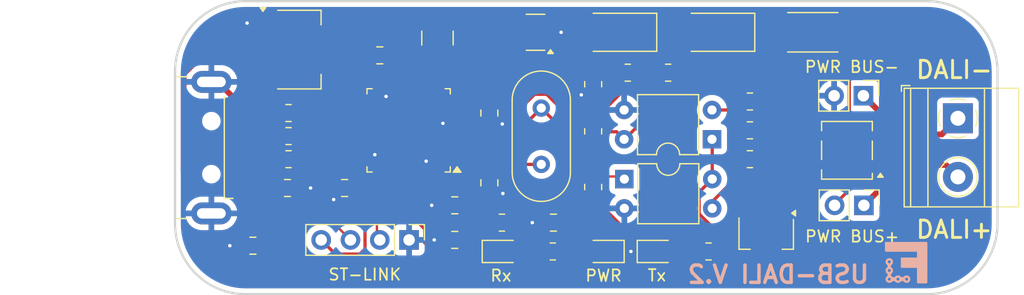
<source format=kicad_pcb>
(kicad_pcb (version 20241229) (generator "pcbnew") (generator_version "9.0")
  (layers (0 "F.Cu" signal) (2 "B.Cu" signal) (13 "F.Paste" user) (15 "B.Paste" user) (5 "F.SilkS" user "F.Silkscreen") (7 "B.SilkS" user "B.Silkscreen") (1 "F.Mask" user) (3 "B.Mask" user) (25 "Edge.Cuts" user))
  (net 0 "")
  (net 1 "GND")
  (net 2 "+3.3V")
  (net 3 "Net-(U1-PD0)")
  (net 4 "Net-(U1-PD1)")
  (net 5 "+5V")
  (net 6 "/DALI-")
  (net 7 "Net-(D1-A)")
  (net 8 "/DALI+")
  (net 9 "Net-(D2-A)")
  (net 10 "Net-(D4--)")
  (net 11 "Net-(D3-K)")
  (net 12 "Net-(D4-+)")
  (net 13 "Net-(D5-K)")
  (net 14 "Net-(D5-A)")
  (net 15 "Net-(D6-K)")
  (net 16 "Net-(J2-Pin_2)")
  (net 17 "Net-(J2-Pin_3)")
  (net 18 "Net-(J4-Pin_2)")
  (net 19 "Net-(Q1-B)")
  (net 20 "Net-(U1-PB7)")
  (net 21 "Net-(U1-NRST)")
  (net 22 "Net-(U1-PA3)")
  (net 23 "Net-(R4-Pad1)")
  (net 24 "Net-(U5-FB)")
  (net 25 "Net-(R10-Pad2)")
  (net 26 "Net-(R12-Pad1)")
  (net 57 "/D-")
  (net 58 "/D+")
  (net 59 "/USB-")
  (net 60 "/USB+")
  (footprint "Package_TO_SOT_SMD:SOT-23-6" (layer "F.Cu") (at 151.88 91.025 180)
    (property "Reference" "U5" (hide yes))
    (property "Value" "MT3608" (hide yes))
  )
  (footprint "Capacitor_SMD:C_0805_2012Metric" (layer "F.Cu") (at 127.38 109.525 180)
    (property "Reference" "C8" (hide yes))
    (property "Value" "100nF" (hide yes))
  )
  (footprint "Connector_PinHeader_2.54mm:PinHeader_1x02_P2.54mm_Vertical" (layer "F.Cu") (at 180.345 106.025 -90)
    (property "Reference" "J4" (hide yes))
    (property "Value" "PWR BUS+")
  )
  (footprint "Capacitor_SMD:C_0805_2012Metric" (layer "F.Cu") (at 144.88 106.025 180)
    (property "Reference" "C2" (hide yes))
    (property "Value" "100nF" (hide yes))
  )
  (footprint "Package_TO_SOT_SMD:SOT-89-3" (layer "F.Cu") (at 171.88 108.475 -90)
    (property "Reference" "Q1" (hide yes))
    (property "Value" "BCX56" (hide yes))
  )
  (footprint "Capacitor_SMD:C_0805_2012Metric" (layer "F.Cu") (at 144.88 109.025 180)
    (property "Reference" "C9" (hide yes))
    (property "Value" "22uF" (hide yes))
  )
  (footprint "Diode_SMD:D_SMA" (layer "F.Cu") (at 158.88 91.025 180)
    (property "Reference" "D5" (hide yes))
    (property "Value" "SS14" (hide yes))
  )
  (footprint "Resistor_SMD:R_0805_2012Metric" (layer "F.Cu") (at 166.88 110.025 180)
    (property "Reference" "R1" (hide yes))
    (property "Value" "1k" (hide yes))
  )
  (footprint "Resistor_SMD:R_0805_2012Metric" (layer "F.Cu") (at 148.9675 107.525)
    (property "Reference" "R5" (hide yes))
    (property "Value" "1k" (hide yes))
  )
  (footprint "Resistor_SMD:R_0805_2012Metric" (layer "F.Cu") (at 153.38 110.025)
    (property "Reference" "R9" (hide yes))
    (property "Value" "1k" (hide yes))
  )
  (footprint "Capacitor_SMD:C_0805_2012Metric" (layer "F.Cu") (at 147.88 104.075 -90)
    (property "Reference" "C1" (hide yes))
    (property "Value" "22pF" (hide yes))
  )
  (footprint "Capacitor_SMD:C_0805_2012Metric" (layer "F.Cu") (at 153.43 107.525 180)
    (property "Reference" "C3" (hide yes))
    (property "Value" "22pF" (hide yes))
  )
  (footprint "Capacitor_SMD:C_0805_2012Metric" (layer "F.Cu") (at 138.38 93.025)
    (property "Reference" "C5" (hide yes))
    (property "Value" "100nF" (hide yes))
  )
  (footprint "Resistor_SMD:R_0805_2012Metric" (layer "F.Cu") (at 156.88 99.6125 90)
    (property "Reference" "R2" (hide yes))
    (property "Value" "10k" (hide yes))
  )
  (footprint "LED_SMD:LED_0805_2012Metric" (layer "F.Cu") (at 162.38 110.025)
    (property "Reference" "D1" (hide yes))
    (property "Value" "Tx")
  )
  (footprint "Package_TO_SOT_SMD:TO-269AA" (layer "F.Cu") (at 178.88 101.255 180)
    (property "Reference" "D4" (hide yes))
    (property "Value" "MB2S" (hide yes))
  )
  (footprint "Resistor_SMD:R_2512_6332Metric" (layer "F.Cu") (at 175.9175 91.025)
    (property "Reference" "R15" (hide yes))
    (property "Value" "100R" (hide yes))
  )
  (footprint "Package_QFP:LQFP-48_7x7mm_P0.5mm" (layer "F.Cu") (at 140.88 99.525 180)
    (property "Reference" "U1" (hide yes))
    (property "Value" "STM32F103C8T6" (hide yes))
  )
  (footprint "Resistor_SMD:R_0805_2012Metric" (layer "F.Cu") (at 130.4675 100.025)
    (property "Reference" "R7" (hide yes))
    (property "Value" "22R" (hide yes))
  )
  (footprint "LED_SMD:LED_0805_2012Metric" (layer "F.Cu") (at 148.9425 110.025)
    (property "Reference" "D3" (hide yes))
    (property "Value" "Rx")
  )
  (footprint "Capacitor_SMD:C_0805_2012Metric" (layer "F.Cu") (at 135.33 104.525 180)
    (property "Reference" "C4" (hide yes))
    (property "Value" "100nF" (hide yes))
  )
  (footprint "Resistor_SMD:R_0805_2012Metric" (layer "F.Cu") (at 156.88 104.4375 -90)
    (property "Reference" "R4" (hide yes))
    (property "Value" "1k" (hide yes))
  )
  (footprint "Package_DIP:DIP-4_W7.62mm" (layer "F.Cu") (at 167.18 100.3 180)
    (property "Reference" "U3" (hide yes))
    (property "Value" "PC817" (hide yes))
  )
  (footprint "Resistor_SMD:R_0805_2012Metric" (layer "F.Cu") (at 130.4675 102.025)
    (property "Reference" "R8" (hide yes))
    (property "Value" "22R" (hide yes))
  )
  (footprint "Resistor_SMD:R_0805_2012Metric" (layer "F.Cu") (at 170.4675 97.025)
    (property "Reference" "R12" (hide yes))
    (property "Value" "4k7" (hide yes))
  )
  (footprint "Capacitor_SMD:C_0805_2012Metric" (layer "F.Cu") (at 130.38 104.525)
    (property "Reference" "C7" (hide yes))
    (property "Value" "22uF" (hide yes))
  )
  (footprint "Crystal:Crystal_HC49-U_Vertical" (layer "F.Cu") (at 152.38 102.475 90)
    (property "Reference" "Y1" (hide yes))
    (property "Value" "8MHz" (hide yes))
  )
  (footprint "LED_SMD:LED_0805_2012Metric" (layer "F.Cu") (at 157.88 110.025 180)
    (property "Reference" "D2" (hide yes))
    (property "Value" "PWR")
  )
  (footprint "Resistor_SMD:R_0805_2012Metric" (layer "F.Cu") (at 159.88 94.525)
    (property "Reference" "R13" (hide yes))
    (property "Value" "10k" (hide yes))
  )
  (footprint "Resistor_SMD:R_0805_2012Metric" (layer "F.Cu") (at 170.4675 99.525 180)
    (property "Reference" "R10" (hide yes))
    (property "Value" "390R" (hide yes))
  )
  (footprint "Diode_SMD:D_SMA" (layer "F.Cu") (at 167.38 91.025 180)
    (property "Reference" "D6" (hide yes))
    (property "Value" "SS14" (hide yes))
  )
  (footprint "Resistor_SMD:R_0805_2012Metric" (layer "F.Cu") (at 163.38 94.525 180)
    (property "Reference" "R3" (hide yes))
    (property "Value" "1k" (hide yes))
  )
  (footprint "Connector_USB:USB_A_CNCTech_1001-011-01101_Horizontal" (layer "F.Cu") (at 116.88 101.025 180)
    (property "Reference" "J1" (hide yes))
    (property "Value" "USB_A" (hide yes))
  )
  (footprint "Package_TO_SOT_SMD:SOT-223-3_TabPin2" (layer "F.Cu") (at 131.38 92.525)
    (property "Reference" "U4" (hide yes))
    (property "Value" "AMS1117-3.3" (hide yes))
  )
  (footprint "Capacitor_SMD:C_0805_2012Metric" (layer "F.Cu") (at 147.88 98.025 -90)
    (property "Reference" "C6" (hide yes))
    (property "Value" "100nF" (hide yes))
  )
  (footprint "Resistor_SMD:R_0805_2012Metric" (layer "F.Cu") (at 130.4675 98.025)
    (property "Reference" "R6" (hide yes))
    (property "Value" "1k5" (hide yes))
  )
  (footprint "Inductor_SMD:L_1210_3225Metric" (layer "F.Cu") (at 143.38 91.525 -90)
    (property "Reference" "L1" (hide yes))
    (property "Value" "10uH" (hide yes))
  )
  (footprint "Package_DIP:DIP-4_W7.62mm" (layer "F.Cu") (at 159.58 103.75)
    (property "Reference" "U2" (hide yes))
    (property "Value" "PC817" (hide yes))
  )
  (footprint "Connector_PinHeader_2.54mm:PinHeader_1x02_P2.54mm_Vertical" (layer "F.Cu") (at 180.305 96.525 -90)
    (property "Reference" "J5" (hide yes))
    (property "Value" "PWR BUS-")
  )
  (footprint "TerminalBlock_Phoenix:TerminalBlock_Phoenix_MKDS-1,5-2-5.08_1x02_P5.08mm_Horizontal" (layer "F.Cu") (at 188.5 98.48 -90)
    (property "Reference" "J3" (hide yes))
    (property "Value" "Screw_Terminal_01x02" (hide yes))
  )
  (footprint "Resistor_SMD:R_0805_2012Metric" (layer "F.Cu") (at 170.4675 102.025 180)
    (property "Reference" "R11" (hide yes))
    (property "Value" "1k" (hide yes))
  )
  (footprint "Connector_PinHeader_2.54mm:PinHeader_1x04_P2.54mm_Vertical" (layer "F.Cu") (at 140.92 109.025 -90)
    (property "Reference" "J2" (hide yes))
    (property "Value" "ST-LINK")
  )
  (footprint "Resistor_SMD:R_0805_2012Metric" (layer "F.Cu") (at 156.88 95.525 90)
    (property "Reference" "R14" (hide yes))
    (property "Value" "390R" (hide yes))
  )
  (gr_circle (center 182.55 111.676394) (end 182.326393 111.676394) (stroke (width 0.2)) (fill no) (layer "B.SilkS"))
  (gr_rect (start 182.5 111.15) (end 182.6 111.45) (stroke (width 0.2)) (fill no) (layer "B.SilkS"))
  (gr_circle (center 182.55 112.423606) (end 182.326393 112.423606) (stroke (width 0.2)) (fill no) (layer "B.SilkS"))
  (gr_rect (start 183.65 110.65) (end 185.725 111.35) (stroke (width 0.2)) (fill yes) (layer "B.SilkS"))
  (gr_circle (center 183.3 112.423606) (end 183.076393 112.423606) (stroke (width 0.2)) (fill no) (layer "B.SilkS"))
  (gr_circle (center 184.05 112.423606) (end 183.826393 112.423606) (stroke (width 0.2)) (fill no) (layer "B.SilkS"))
  (gr_rect (start 182.775 112.35) (end 183.025 112.5) (stroke (width 0.2)) (fill no) (layer "B.SilkS"))
  (gr_rect (start 183.55 112.35) (end 183.8 112.5) (stroke (width 0.2)) (fill no) (layer "B.SilkS"))
  (gr_rect (start 185.05 109.3) (end 185.75 112.7) (stroke (width 0.2)) (fill yes) (layer "B.SilkS"))
  (gr_rect (start 182.275 109.3) (end 185.725 109.95) (stroke (width 0.2)) (fill yes) (layer "B.SilkS"))
  (gr_circle (center 182.55 110.926394) (end 182.326393 110.926394) (stroke (width 0.2)) (fill no) (layer "B.SilkS"))
  (gr_rect (start 182.5 111.9) (end 182.6 112.2) (stroke (width 0.2)) (fill no) (layer "B.SilkS"))
  (gr_line (start 185.83 88.325) (end 126.73 88.325) (stroke (width 0.2)) (layer "Edge.Cuts"))
  (gr_arc (start 191.93 107.625) (mid 190.143351 111.938351) (end 185.83 113.725) (stroke (width 0.2)) (layer "Edge.Cuts"))
  (gr_line (start 191.93 107.625) (end 191.93 94.425) (stroke (width 0.2)) (layer "Edge.Cuts"))
  (gr_line (start 120.63 94.425) (end 120.63 107.625) (stroke (width 0.2)) (layer "Edge.Cuts"))
  (gr_line (start 126.73 113.725) (end 185.83 113.725) (stroke (width 0.2)) (layer "Edge.Cuts"))
  (gr_arc (start 120.63 94.425) (mid 122.416649 90.111649) (end 126.73 88.325) (stroke (width 0.2)) (layer "Edge.Cuts"))
  (gr_arc (start 185.83 88.325) (mid 190.14335 90.111649) (end 191.93 94.425) (stroke (width 0.2)) (layer "Edge.Cuts"))
  (gr_arc (start 126.73 113.725) (mid 122.416649 111.938351) (end 120.63 107.625) (stroke (width 0.2)) (layer "Edge.Cuts"))
  (gr_text "DALI-" (at 188.18 94.275 0) (layer "F.SilkS") (effects (font (size 1.5 1.5) (thickness 0.25) (bold yes))))
  (gr_text "DALI+" (at 188.18 108.125 0) (layer "F.SilkS") (effects (font (size 1.5 1.5) (thickness 0.25) (bold yes))))
  (gr_text "USB-DALI V.2" (at 180.95 112.9 -0) (layer "B.SilkS") (effects (font (size 1.5 1.5) (thickness 0.3) (bold yes)) (justify left bottom mirror)))
  (segment (start 142.15 102.2) (end 141.63 102.72) (width 0.28) (layer "F.Cu") (net 1))
  (segment (start 131.33 104.525) (end 132.38 104.525) (width 0.28) (layer "F.Cu") (net 1))
  (segment (start 143.13 102.63) (end 143.13 103.6875) (width 0.28) (layer "F.Cu") (net 1))
  (segment (start 154.1 91.025) (end 153.0175 91.025) (width 0.28) (layer "F.Cu") (net 1))
  (segment (start 155.8625 96.4375) (end 156.88 96.4375) (width 0.28) (layer "F.Cu") (net 1))
  (segment (start 126.53 97.525) (end 124.33 95.325) (width 0.5) (layer "F.Cu") (net 1))
  (segment (start 142.4 102.2) (end 142.7 102.2) (width 0.28) (layer "F.Cu") (net 1))
  (segment (start 138.92429 96.585249) (end 138.63 96.290959) (width 0.28) (layer "F.Cu") (net 1))
  (segment (start 138.63 93.725) (end 139.33 93.025) (width 0.28) (layer "F.Cu") (net 1))
  (segment (start 138.63 96.290959) (end 138.63 95.3625) (width 0.28) (layer "F.Cu") (net 1))
  (segment (start 141.63 102.72) (end 141.63 103.6875) (width 0.28) (layer "F.Cu") (net 1))
  (segment (start 147.68 98.775) (end 147.88 98.975) (width 0.2) (layer "F.Cu") (net 1))
  (segment (start 142.4 102.2) (end 142.15 102.2) (width 0.28) (layer "F.Cu") (net 1))
  (segment (start 143.85 98.915001) (end 143.990001 98.775) (width 0.28) (layer "F.Cu") (net 1))
  (segment (start 137.95 101.635) (end 137.81 101.775) (width 0.2) (layer "F.Cu") (net 1))
  (segment (start 134.38 104.525) (end 134.38 105.525) (width 0.2) (layer "F.Cu") (net 1))
  (segment (start 160.15 110.025) (end 161.4425 110.025) (width 0.28) (layer "F.Cu") (net 1))
  (segment (start 137.81 101.775) (end 136.7175 101.775) (width 0.2) (layer "F.Cu") (net 1))
  (segment (start 152.48 107.525) (end 151.6 107.525) (width 0.28) (layer "F.Cu") (net 1))
  (segment (start 142.7 102.2) (end 143.13 102.63) (width 0.28) (layer "F.Cu") (net 1))
  (segment (start 126.875 90.225) (end 128.23 90.225) (width 0.5) (layer "F.Cu") (net 1))
  (segment (start 138.63 95.3625) (end 138.63 93.725) (width 0.28) (layer "F.Cu") (net 1))
  (segment (start 149.05 105) (end 149.025 105.025) (width 0.28) (layer "F.Cu") (net 1))
  (segment (start 140.92 109.025) (end 140.92 109.01) (width 0.2) (layer "F.Cu") (net 1))
  (segment (start 143.93 109.025) (end 143.1 109.025) (width 0.28) (layer "F.Cu") (net 1))
  (segment (start 126.43 109.525) (end 125.38 109.525) (width 0.5) (layer "F.Cu") (net 1))
  (segment (start 143.93 106.025) (end 142.88 106.025) (width 0.28) (layer "F.Cu") (net 1))
  (segment (start 149.025 105.025) (end 147.88 105.025) (width 0.28) (layer "F.Cu") (net 1))
  (segment (start 143.13 105.225) (end 143.93 106.025) (width 0.2) (layer "F.Cu") (net 1))
  (segment (start 123.78 95.325) (end 123.78 94.675) (width 0.2) (layer "F.Cu") (net 1))
  (segment (start 158.8175 110.025) (end 160.15 110.025) (width 0.28) (layer "F.Cu") (net 1))
  (segment (start 124.33 95.325) (end 123.78 95.325) (width 0.2) (layer "F.Cu") (net 1))
  (segment (start 155.85 96.45) (end 155.8625 96.4375) (width 0.28) (layer "F.Cu") (net 1))
  (segment (start 143.990001 98.775) (end 145.0425 98.775) (width 0.28) (layer "F.Cu") (net 1))
  (segment (start 149 98.975) (end 147.88 98.975) (width 0.28) (layer "F.Cu") (net 1))
  (segment (start 143.13 103.6875) (end 143.13 105.225) (width 0.2) (layer "F.Cu") (net 1))
  (via (at 154.1 91.025) (size 0.6) (drill 0.3) (layers "F.Cu" "B.Cu") (net 1))
  (via (at 142.88 106.025) (size 0.6) (drill 0.3) (layers "F.Cu" "B.Cu") (net 1))
  (via (at 137.95 101.635) (size 0.6) (drill 0.3) (layers "F.Cu" "B.Cu") (net 1))
  (via (at 132.38 104.525) (size 0.6) (drill 0.3) (layers "F.Cu" "B.Cu") (net 1))
  (via (at 126.875 90.225) (size 0.6) (drill 0.3) (layers "F.Cu" "B.Cu") (net 1))
  (via (at 138.92429 96.585249) (size 0.6) (drill 0.3) (layers "F.Cu" "B.Cu") (net 1))
  (via (at 160.15 110.025) (size 0.6) (drill 0.3) (layers "F.Cu" "B.Cu") (net 1))
  (via (at 143.1 109.025) (size 0.6) (drill 0.3) (layers "F.Cu" "B.Cu") (net 1))
  (via (at 134.38 105.525) (size 0.6) (drill 0.3) (layers "F.Cu" "B.Cu") (net 1))
  (via (at 143.85 98.915001) (size 0.6) (drill 0.3) (layers "F.Cu" "B.Cu") (net 1))
  (via (at 151.6 107.525) (size 0.6) (drill 0.3) (layers "F.Cu" "B.Cu") (net 1))
  (via (at 142.4 102.2) (size 0.6) (drill 0.3) (layers "F.Cu" "B.Cu") (net 1))
  (via (at 155.85 96.45) (size 0.6) (drill 0.3) (layers "F.Cu" "B.Cu") (net 1))
  (via (at 149 98.975) (size 0.6) (drill 0.3) (layers "F.Cu" "B.Cu") (net 1))
  (via (at 149.05 105) (size 0.6) (drill 0.3) (layers "F.Cu" "B.Cu") (net 1))
  (via (at 125.38 109.525) (size 0.6) (drill 0.3) (layers "F.Cu" "B.Cu") (net 1))
  (segment (start 160.9675 96.025) (end 162.4675 94.525) (width 0.28) (layer "F.Cu") (net 2))
  (segment (start 133.3 109.025) (end 134.525 110.25) (width 0.28) (layer "F.Cu") (net 2))
  (segment (start 143.975 102.275) (end 141.88 100.18) (width 0.28) (layer "F.Cu") (net 2))
  (segment (start 137.43 92.77) (end 137.43 93.025) (width 0.28) (layer "F.Cu") (net 2))
  (segment (start 152.4675 110.025) (end 149.88 110.025) (width 0.28) (layer "F.Cu") (net 2))
  (segment (start 136.7175 102.275) (end 138.675 102.275) (width 0.28) (layer "F.Cu") (net 2))
  (segment (start 138.13 93.725) (end 137.43 93.025) (width 0.28) (layer "F.Cu") (net 2))
  (segment (start 145.855 106.05) (end 145.83 106.025) (width 0.28) (layer "F.Cu") (net 2))
  (segment (start 137.1 109.805) (end 137.1 105.345) (width 0.28) (layer "F.Cu") (net 2))
  (segment (start 152.205 94.025) (end 142.075 94.025) (width 0.28) (layer "F.Cu") (net 2))
  (segment (start 136.655 110.25) (end 137.1 109.805) (width 0.28) (layer "F.Cu") (net 2))
  (segment (start 139.9 91.85) (end 138.35 91.85) (width 0.28) (layer "F.Cu") (net 2))
  (segment (start 148.405 106.05) (end 145.855 106.05) (width 0.28) (layer "F.Cu") (net 2))
  (segment (start 136.93 92.525) (end 137.43 93.025) (width 0.28) (layer "F.Cu") (net 2))
  (segment (start 149.88 110.025) (end 149 109.145) (width 0.28) (layer "F.Cu") (net 2))
  (segment (start 149 109.145) (end 149 106.645) (width 0.28) (layer "F.Cu") (net 2))
  (segment (start 145.0425 98.275001) (end 141.88 98.275001) (width 0.28) (layer "F.Cu") (net 2))
  (segment (start 145.83 106.025) (end 143.63 103.825) (width 0.28) (layer "F.Cu") (net 2))
  (segment (start 145.0425 98.275001) (end 146.679999 98.275001) (width 0.28) (layer "F.Cu") (net 2))
  (segment (start 131.38 98.025) (end 131.38 95.675) (width 0.28) (layer "F.Cu") (net 2))
  (segment (start 149 106.645) (end 148.405 106.05) (width 0.28) (layer "F.Cu") (net 2))
  (segment (start 139.630001 98.275001) (end 138.13 96.775) (width 0.28) (layer "F.Cu") (net 2))
  (segment (start 136.7175 102.275) (end 136.28 102.7125) (width 0.28) (layer "F.Cu") (net 2))
  (segment (start 145.83 106.025) (end 145.605 105.8) (width 0.28) (layer "F.Cu") (net 2))
  (segment (start 143.63 103.825) (end 143.63 103.6875) (width 0.28) (layer "F.Cu") (net 2))
  (segment (start 134.53 92.525) (end 136.93 92.525) (width 0.28) (layer "F.Cu") (net 2))
  (segment (start 145.83 106.025) (end 145.83 109.025) (width 0.28) (layer "F.Cu") (net 2))
  (segment (start 159.555 96.025) (end 160.9675 96.025) (width 0.28) (layer "F.Cu") (net 2))
  (segment (start 156.88 98.7) (end 152.205 94.025) (width 0.28) (layer "F.Cu") (net 2))
  (segment (start 140.272591 100.677409) (end 140.272591 98.275001) (width 0.28) (layer "F.Cu") (net 2))
  (segment (start 138.675 102.275) (end 140.272591 100.677409) (width 0.28) (layer "F.Cu") (net 2))
  (segment (start 145.605 102.8375) (end 145.0425 102.275) (width 0.28) (layer "F.Cu") (net 2))
  (segment (start 138.13 96.775) (end 138.13 95.3625) (width 0.28) (layer "F.Cu") (net 2))
  (segment (start 140.272591 98.275001) (end 139.630001 98.275001) (width 0.28) (layer "F.Cu") (net 2))
  (segment (start 134.525 110.25) (end 136.655 110.25) (width 0.28) (layer "F.Cu") (net 2))
  (segment (start 156.88 98.7) (end 159.555 96.025) (width 0.28) (layer "F.Cu") (net 2))
  (segment (start 146.679999 98.275001) (end 147.88 97.075) (width 0.28) (layer "F.Cu") (net 2))
  (segment (start 137.1 105.345) (end 136.28 104.525) (width 0.28) (layer "F.Cu") (net 2))
  (segment (start 131.38 95.675) (end 134.53 92.525) (width 0.28) (layer "F.Cu") (net 2))
  (segment (start 138.35 91.85) (end 137.43 92.77) (width 0.28) (layer "F.Cu") (net 2))
  (segment (start 141.88 98.275001) (end 140.272591 98.275001) (width 0.28) (layer "F.Cu") (net 2))
  (segment (start 142.075 94.025) (end 139.9 91.85) (width 0.28) (layer "F.Cu") (net 2))
  (segment (start 138.13 95.3625) (end 138.13 93.725) (width 0.28) (layer "F.Cu") (net 2))
  (segment (start 136.28 102.7125) (end 136.28 104.525) (width 0.28) (layer "F.Cu") (net 2))
  (segment (start 141.88 100.18) (end 141.88 98.275001) (width 0.28) (layer "F.Cu") (net 2))
  (segment (start 145.605 105.8) (end 145.605 102.8375) (width 0.28) (layer "F.Cu") (net 2))
  (segment (start 145.0425 102.275) (end 143.975 102.275) (width 0.28) (layer "F.Cu") (net 2))
  (segment (start 145.0425 100.275) (end 145.875 100.275) (width 0.28) (layer "F.Cu") (net 3))
  (segment (start 148.225 102.475) (end 148.572157 102.475) (width 0.28) (layer "F.Cu") (net 3))
  (segment (start 148.572157 102.475) (end 152.38 102.475) (width 0.28) (layer "F.Cu") (net 3))
  (segment (start 145.875 100.275) (end 148.075 102.475) (width 0.28) (layer "F.Cu") (net 3))
  (segment (start 147.88 102.475) (end 148.225 102.475) (width 0.28) (layer "F.Cu") (net 3))
  (segment (start 148.075 102.475) (end 148.225 102.475) (width 0.28) (layer "F.Cu") (net 3))
  (segment (start 147.88 103.125) (end 147.88 102.475) (width 0.28) (layer "F.Cu") (net 3))
  (segment (start 154.38 107.525) (end 154.38 99.595) (width 0.28) (layer "F.Cu") (net 4))
  (segment (start 145.0425 99.775) (end 146.175 99.775) (width 0.28) (layer "F.Cu") (net 4))
  (segment (start 146.175 99.775) (end 146.73 100.33) (width 0.28) (layer "F.Cu") (net 4))
  (segment (start 146.73 100.33) (end 149.645 100.33) (width 0.28) (layer "F.Cu") (net 4))
  (segment (start 149.645 100.33) (end 152.38 97.595) (width 0.28) (layer "F.Cu") (net 4))
  (segment (start 154.38 99.595) (end 152.38 97.595) (width 0.28) (layer "F.Cu") (net 4))
  (segment (start 126.53 107.725) (end 128.33 109.525) (width 0.5) (layer "F.Cu") (net 5))
  (segment (start 130.08 94.825) (end 131.38 93.525) (width 0.5) (layer "F.Cu") (net 5))
  (segment (start 150.7425 91.025) (end 150.7425 90.075) (width 0.5) (layer "F.Cu") (net 5))
  (segment (start 150.7425 90.075) (end 150.6925 90.125) (width 0.5) (layer "F.Cu") (net 5))
  (segment (start 121.38 94.625) (end 122.48 93.525) (width 0.5) (layer "F.Cu") (net 5))
  (segment (start 126.53 104.525) (end 126.53 107.725) (width 0.5) (layer "F.Cu") (net 5))
  (segment (start 122.48 93.525) (end 126.38 93.525) (width 0.5) (layer "F.Cu") (net 5))
  (segment (start 131.38 91.025) (end 132.88 89.525) (width 0.5) (layer "F.Cu") (net 5))
  (segment (start 122.88 104.525) (end 121.38 103.025) (width 0.5) (layer "F.Cu") (net 5))
  (segment (start 142.28 89.525) (end 143.38 90.625) (width 0.5) (layer "F.Cu") (net 5))
  (segment (start 126.53 104.525) (end 122.88 104.525) (width 0.5) (layer "F.Cu") (net 5))
  (segment (start 127.68 94.825) (end 128.23 94.825) (width 0.5) (layer "F.Cu") (net 5))
  (segment (start 128.23 94.825) (end 130.08 94.825) (width 0.5) (layer "F.Cu") (net 5))
  (segment (start 126.38 93.525) (end 127.68 94.825) (width 0.5) (layer "F.Cu") (net 5))
  (segment (start 150.6925 90.125) (end 143.38 90.125) (width 0.5) (layer "F.Cu") (net 5))
  (segment (start 131.38 93.525) (end 131.38 91.025) (width 0.5) (layer "F.Cu") (net 5))
  (segment (start 132.88 89.525) (end 142.28 89.525) (width 0.5) (layer "F.Cu") (net 5))
  (segment (start 121.38 103.025) (end 121.38 94.625) (width 0.5) (layer "F.Cu") (net 5))
  (segment (start 129.43 104.525) (end 126.53 104.525) (width 0.28) (layer "F.Cu") (net 5))
  (segment (start 181.955 99.985) (end 182.065 99.875) (width 0.5) (layer "F.Cu") (net 6))
  (segment (start 182.065 99.875) (end 187.105 99.875) (width 0.5) (layer "F.Cu") (net 6))
  (segment (start 181.955 99.985) (end 181.955 98.175) (width 0.5) (layer "F.Cu") (net 6))
  (segment (start 181.955 98.175) (end 180.305 96.525) (width 0.5) (layer "F.Cu") (net 6))
  (segment (start 187.105 99.875) (end 188.5 98.48) (width 0.5) (layer "F.Cu") (net 6))
  (segment (start 165.9675 110.025) (end 163.3175 110.025) (width 0.28) (layer "F.Cu") (net 7))
  (segment (start 181.955 102.525) (end 181.955 104.415) (width 0.5) (layer "F.Cu") (net 8))
  (segment (start 181.955 102.525) (end 187.465 102.525) (width 0.5) (layer "F.Cu") (net 8))
  (segment (start 181.955 104.415) (end 180.345 106.025) (width 0.5) (layer "F.Cu") (net 8))
  (segment (start 187.465 102.525) (end 188.5 103.56) (width 0.5) (layer "F.Cu") (net 8))
  (segment (start 156.9425 110.025) (end 154.2925 110.025) (width 0.28) (layer "F.Cu") (net 9))
  (segment (start 171.38 102.025) (end 170.45 101.095) (width 0.28) (layer "F.Cu") (net 10))
  (segment (start 170.38 106.525) (end 170.38 103.025) (width 0.28) (layer "F.Cu") (net 10))
  (segment (start 170.45 101.095) (end 170.45 97.955) (width 0.28) (layer "F.Cu") (net 10))
  (segment (start 175.805 101.45) (end 171.38 97.025) (width 0.28) (layer "F.Cu") (net 10))
  (segment (start 170.45 97.955) (end 171.38 97.025) (width 0.28) (layer "F.Cu") (net 10))
  (segment (start 175.805 102.525) (end 175.805 101.45) (width 0.28) (layer "F.Cu") (net 10))
  (segment (start 170.38 103.025) (end 171.38 102.025) (width 0.28) (layer "F.Cu") (net 10))
  (segment (start 148.005 107.575) (end 148.055 107.525) (width 0.2) (layer "F.Cu") (net 11))
  (segment (start 148.005 110.025) (end 148.005 107.575) (width 0.28) (layer "F.Cu") (net 11))
  (segment (start 167.2 103.75) (end 166.06 104.89) (width 0.28) (layer "F.Cu") (net 12))
  (segment (start 167.247796 107.95) (end 173.45 107.95) (width 0.28) (layer "F.Cu") (net 12))
  (segment (start 167.18 100.3) (end 167.18 100.325) (width 0.28) (layer "F.Cu") (net 12))
  (segment (start 166.06 106.762204) (end 167.247796 107.95) (width 0.28) (layer "F.Cu") (net 12))
  (segment (start 176.85 101.03) (end 175.805 99.985) (width 0.28) (layer "F.Cu") (net 12))
  (segment (start 173.45 107.95) (end 176.85 104.55) (width 0.28) (layer "F.Cu") (net 12))
  (segment (start 167.2 100.345) (end 167.2 103.75) (width 0.28) (layer "F.Cu") (net 12))
  (segment (start 176.85 104.55) (end 176.85 101.03) (width 0.28) (layer "F.Cu") (net 12))
  (segment (start 167.18 100.325) (end 167.2 100.345) (width 0.28) (layer "F.Cu") (net 12))
  (segment (start 166.06 104.89) (end 166.06 106.762204) (width 0.28) (layer "F.Cu") (net 12))
  (segment (start 167.2 100.32) (end 167.18 100.3) (width 0.2) (layer "B.Cu") (net 12))
  (segment (start 167.3 99.905) (end 167.3 100.065) (width 0.2) (layer "B.Cu") (net 12))
  (segment (start 165.2925 91.1125) (end 165.38 91.025) (width 0.2) (layer "F.Cu") (net 13))
  (segment (start 160.7925 91.1125) (end 160.88 91.025) (width 0.2) (layer "F.Cu") (net 13))
  (segment (start 160.7925 94.525) (end 160.7925 91.1125) (width 0.2) (layer "F.Cu") (net 13))
  (segment (start 160.88 91.025) (end 165.38 91.025) (width 0.5) (layer "F.Cu") (net 13))
  (segment (start 145.48 92.925) (end 145.88 92.525) (width 0.5) (layer "F.Cu") (net 14))
  (segment (start 149.38 92.525) (end 149.88 93.025) (width 0.5) (layer "F.Cu") (net 14))
  (segment (start 155.93 91.975) (end 156.88 91.025) (width 0.5) (layer "F.Cu") (net 14))
  (segment (start 149.88 93.025) (end 151.9675 93.025) (width 0.5) (layer "F.Cu") (net 14))
  (segment (start 143.38 92.925) (end 145.48 92.925) (width 0.5) (layer "F.Cu") (net 14))
  (segment (start 153.0175 91.975) (end 155.93 91.975) (width 0.5) (layer "F.Cu") (net 14))
  (segment (start 151.9675 93.025) (end 153.0175 91.975) (width 0.5) (layer "F.Cu") (net 14))
  (segment (start 145.88 92.525) (end 149.38 92.525) (width 0.5) (layer "F.Cu") (net 14))
  (segment (start 169.38 91.025) (end 172.955 91.025) (width 0.5) (layer "F.Cu") (net 15))
  (segment (start 138.13 108.775) (end 138.13 103.6875) (width 0.2) (layer "F.Cu") (net 16))
  (segment (start 138.38 109.025) (end 138.13 108.775) (width 0.2) (layer "F.Cu") (net 16))
  (segment (start 133.38 106.565) (end 133.38 103.776904) (width 0.2) (layer "F.Cu") (net 17))
  (segment (start 135.84 109.025) (end 133.38 106.565) (width 0.2) (layer "F.Cu") (net 17))
  (segment (start 135.881904 101.275) (end 136.7175 101.275) (width 0.2) (layer "F.Cu") (net 17))
  (segment (start 133.38 103.776904) (end 135.881904 101.275) (width 0.2) (layer "F.Cu") (net 17))
  (segment (start 179.155 91.3) (end 178.88 91.025) (width 0.28) (layer "F.Cu") (net 18))
  (segment (start 179.08 91.375) (end 179.155 91.3) (width 0.28) (layer "F.Cu") (net 18))
  (segment (start 179.08 104.675) (end 179.08 91.375) (width 0.28) (layer "F.Cu") (net 18))
  (segment (start 177.805 105.95) (end 179.08 104.675) (width 0.28) (layer "F.Cu") (net 18))
  (segment (start 177.805 106.025) (end 177.805 105.95) (width 0.28) (layer "F.Cu") (net 18))
  (segment (start 173.38 101.525) (end 171.38 99.525) (width 0.28) (layer "F.Cu") (net 19))
  (segment (start 173.38 106.525) (end 173.38 101.525) (width 0.28) (layer "F.Cu") (net 19))
  (segment (start 142.28 109.273529) (end 144.306471 111.3) (width 0.28) (layer "F.Cu") (net 20))
  (segment (start 141.13 106.935) (end 142.28 108.085) (width 0.28) (layer "F.Cu") (net 20))
  (segment (start 166.5175 108.75) (end 167.7925 110.025) (width 0.28) (layer "F.Cu") (net 20))
  (segment (start 160.28 108.75) (end 166.5175 108.75) (width 0.28) (layer "F.Cu") (net 20))
  (segment (start 166.5175 111.3) (end 167.7925 110.025) (width 0.28) (layer "F.Cu") (net 20))
  (segment (start 142.28 108.085) (end 142.28 109.273529) (width 0.28) (layer "F.Cu") (net 20))
  (segment (start 144.306471 111.3) (end 166.5175 111.3) (width 0.28) (layer "F.Cu") (net 20))
  (segment (start 141.13 103.6875) (end 141.13 106.935) (width 0.28) (layer "F.Cu") (net 20))
  (segment (start 156.88 105.35) (end 160.28 108.75) (width 0.28) (layer "F.Cu") (net 20))
  (segment (start 154.88 98.425) (end 154.88 99.225) (width 0.28) (layer "F.Cu") (net 21))
  (segment (start 156.18 100.525) (end 156.88 100.525) (width 0.28) (layer "F.Cu") (net 21))
  (segment (start 151.8 96.4) (end 152.855 96.4) (width 0.28) (layer "F.Cu") (net 21))
  (segment (start 150.88 97.32) (end 151.8 96.4) (width 0.28) (layer "F.Cu") (net 21))
  (segment (start 154.88 99.225) (end 156.18 100.525) (width 0.28) (layer "F.Cu") (net 21))
  (segment (start 145.0425 99.275) (end 146.425 99.275) (width 0.28) (layer "F.Cu") (net 21))
  (segment (start 146.425 99.275) (end 147 99.85) (width 0.28) (layer "F.Cu") (net 21))
  (segment (start 150.88 98.373529) (end 150.88 97.32) (width 0.28) (layer "F.Cu") (net 21))
  (segment (start 147 99.85) (end 149.403529 99.85) (width 0.28) (layer "F.Cu") (net 21))
  (segment (start 152.855 96.4) (end 154.88 98.425) (width 0.28) (layer "F.Cu") (net 21))
  (segment (start 149.403529 99.85) (end 150.88 98.373529) (width 0.28) (layer "F.Cu") (net 21))
  (segment (start 155.38 98.88) (end 156.15 99.65) (width 0.28) (layer "F.Cu") (net 22))
  (segment (start 155.35 108.15) (end 154.91 108.59) (width 0.28) (layer "F.Cu") (net 22))
  (segment (start 157.108812 101.85) (end 155.9 101.85) (width 0.28) (layer "F.Cu") (net 22))
  (segment (start 159.6 100.3) (end 164.2925 95.6075) (width 0.28) (layer "F.Cu") (net 22))
  (segment (start 158.05 99.65) (end 158.91 99.65) (width 0.28) (layer "F.Cu") (net 22))
  (segment (start 150.945 108.59) (end 149.88 107.525) (width 0.28) (layer "F.Cu") (net 22))
  (segment (start 158.05 99.65) (end 158.05 100.908812) (width 0.28) (layer "F.Cu") (net 22))
  (segment (start 155.9 101.85) (end 155.35 102.4) (width 0.28) (layer "F.Cu") (net 22))
  (segment (start 152.03 94.675) (end 155.38 98.025) (width 0.28) (layer "F.Cu") (net 22))
  (segment (start 158.05 100.908812) (end 157.108812 101.85) (width 0.28) (layer "F.Cu") (net 22))
  (segment (start 143.63 95.3625) (end 144.3175 94.675) (width 0.28) (layer "F.Cu") (net 22))
  (segment (start 144.3175 94.675) (end 152.03 94.675) (width 0.28) (layer "F.Cu") (net 22))
  (segment (start 159.56 100.3) (end 159.6 100.3) (width 0.28) (layer "F.Cu") (net 22))
  (segment (start 164.2925 95.6075) (end 164.2925 94.525) (width 0.28) (layer "F.Cu") (net 22))
  (segment (start 155.35 102.4) (end 155.35 108.15) (width 0.28) (layer "F.Cu") (net 22))
  (segment (start 155.38 98.025) (end 155.38 98.88) (width 0.28) (layer "F.Cu") (net 22))
  (segment (start 158.91 99.65) (end 159.56 100.3) (width 0.28) (layer "F.Cu") (net 22))
  (segment (start 154.91 108.59) (end 150.945 108.59) (width 0.28) (layer "F.Cu") (net 22))
  (segment (start 156.15 99.65) (end 158.05 99.65) (width 0.28) (layer "F.Cu") (net 22))
  (segment (start 156.88 103.525) (end 159.355 103.525) (width 0.2) (layer "F.Cu") (net 23))
  (segment (start 159.355 103.525) (end 159.58 103.75) (width 0.2) (layer "F.Cu") (net 23))
  (segment (start 153.3175 89.775) (end 153.0175 90.075) (width 0.28) (layer "F.Cu") (net 24))
  (segment (start 158.88 94.6125) (end 158.9675 94.525) (width 0.28) (layer "F.Cu") (net 24))
  (segment (start 156.88 94.6125) (end 158.88 94.6125) (width 0.28) (layer "F.Cu") (net 24))
  (segment (start 158.88 90.525) (end 158.13 89.775) (width 0.28) (layer "F.Cu") (net 24))
  (segment (start 158.88 94.4375) (end 158.88 90.525) (width 0.28) (layer "F.Cu") (net 24))
  (segment (start 158.9675 94.525) (end 158.88 94.4375) (width 0.28) (layer "F.Cu") (net 24))
  (segment (start 158.13 89.775) (end 153.3175 89.775) (width 0.28) (layer "F.Cu") (net 24))
  (segment (start 169.555 103.35) (end 169.555 102.025) (width 0.28) (layer "F.Cu") (net 25))
  (segment (start 167.2 105.705) (end 169.555 103.35) (width 0.28) (layer "F.Cu") (net 25))
  (segment (start 167.2 106.29) (end 167.2 105.705) (width 0.28) (layer "F.Cu") (net 25))
  (segment (start 169.555 102.025) (end 169.555 99.525) (width 0.28) (layer "F.Cu") (net 25))
  (segment (start 167.18 97.76) (end 168.82 97.76) (width 0.28) (layer "F.Cu") (net 26))
  (segment (start 168.82 97.76) (end 169.555 97.025) (width 0.28) (layer "F.Cu") (net 26))
  (segment (start 128.005 101.25) (end 127.23 102.025) (width 0.2) (layer "F.Cu") (net 57))
  (segment (start 128.5925 101.25) (end 128.005 101.25) (width 0.2) (layer "F.Cu") (net 57))
  (segment (start 129.3675 102.025) (end 128.5925 101.25) (width 0.2) (layer "F.Cu") (net 57))
  (segment (start 127.23 102.025) (end 126.53 102.025) (width 0.2) (layer "F.Cu") (net 57))
  (segment (start 129.555 102.025) (end 129.3675 102.025) (width 0.2) (layer "F.Cu") (net 57))
  (segment (start 128.5925 100.8) (end 128.005 100.8) (width 0.2) (layer "F.Cu") (net 58))
  (segment (start 129.555 100.025) (end 129.3675 100.025) (width 0.2) (layer "F.Cu") (net 58))
  (segment (start 129.3675 100.025) (end 128.5925 100.8) (width 0.2) (layer "F.Cu") (net 58))
  (segment (start 129.555 98.025) (end 129.555 100.025) (width 0.2) (layer "F.Cu") (net 58))
  (segment (start 128.005 100.8) (end 127.23 100.025) (width 0.2) (layer "F.Cu") (net 58))
  (segment (start 127.23 100.025) (end 126.53 100.025) (width 0.2) (layer "F.Cu") (net 58))
  (segment (start 133.492241 103.025) (end 130.88 103.025) (width 0.2) (layer "F.Cu") (net 59))
  (segment (start 135.742242 100.774999) (end 133.492241 103.025) (width 0.2) (layer "F.Cu") (net 59))
  (segment (start 130.5675 102.7125) (end 130.5675 100.8375) (width 0.2) (layer "F.Cu") (net 59))
  (segment (start 130.88 103.025) (end 130.5675 102.7125) (width 0.2) (layer "F.Cu") (net 59))
  (segment (start 136.7175 100.774999) (end 135.742242 100.774999) (width 0.2) (layer "F.Cu") (net 59))
  (segment (start 130.5675 100.8375) (end 131.38 100.025) (width 0.2) (layer "F.Cu") (net 59))
  (segment (start 133.984072 101.579725) (end 133.984071 101.579724) (width 0.2) (layer "F.Cu") (net 60))
  (segment (start 133.448085 101.043738) (end 133.834166 101.429819) (width 0.2) (layer "F.Cu") (net 60))
  (segment (start 134.958466 100.60533) (end 135.132914 100.430881) (width 0.2) (layer "F.Cu") (net 60))
  (segment (start 133.073318 101.118691) (end 133.148273 101.043737) (width 0.2) (layer "F.Cu") (net 60))
  (segment (start 131.38 102.025) (end 131.88 102.525) (width 0.2) (layer "F.Cu") (net 60))
  (segment (start 131.88 102.525) (end 133.038795 102.525) (width 0.2) (layer "F.Cu") (net 60))
  (segment (start 133.984071 101.579724) (end 134.07953 101.675183) (width 0.2) (layer "F.Cu") (net 60))
  (segment (start 134.358838 101.204957) (end 134.208932 101.055051) (width 0.2) (layer "F.Cu") (net 60))
  (segment (start 135.132914 100.430881) (end 135.288795 100.275) (width 0.2) (layer "F.Cu") (net 60))
  (segment (start 133.822852 100.369157) (end 133.897807 100.294203) (width 0.2) (layer "F.Cu") (net 60))
  (segment (start 134.270449 101.675183) (end 134.454296 101.491335) (width 0.2) (layer "F.Cu") (net 60))
  (segment (start 135.288795 100.275) (end 136.7175 100.275) (width 0.2) (layer "F.Cu") (net 60))
  (segment (start 134.883514 100.680284) (end 134.958466 100.60533) (width 0.2) (layer "F.Cu") (net 60))
  (segment (start 133.459399 101.804583) (end 133.073319 101.418503) (width 0.2) (layer "F.Cu") (net 60))
  (segment (start 134.454296 101.300416) (end 134.358836 101.204956) (width 0.2) (layer "F.Cu") (net 60))
  (segment (start 133.834166 101.429819) (end 133.984072 101.579725) (width 0.2) (layer "F.Cu") (net 60))
  (segment (start 134.208932 101.055051) (end 133.822852 100.668971) (width 0.2) (layer "F.Cu") (net 60))
  (segment (start 133.038795 102.525) (end 133.459398 102.104397) (width 0.2) (layer "F.Cu") (net 60))
  (segment (start 134.358836 101.204956) (end 134.358838 101.204957) (width 0.2) (layer "F.Cu") (net 60))
  (segment (start 134.197619 100.294204) (end 134.5837 100.680285) (width 0.2) (layer "F.Cu") (net 60))
  (arc (start 133.822852 100.668971) (mid 133.760759 100.519063) (end 133.822852 100.369157) (width 0.2) (layer "F.Cu") (net 60))
  (arc (start 133.073319 101.418503) (mid 133.011226 101.268596) (end 133.073318 101.118691) (width 0.2) (layer "F.Cu") (net 60))
  (arc (start 133.148273 101.043737) (mid 133.298179 100.981644) (end 133.448085 101.043738) (width 0.2) (layer "F.Cu") (net 60))
  (arc (start 134.454296 101.491335) (mid 134.493837 101.395875) (end 134.454296 101.300416) (width 0.2) (layer "F.Cu") (net 60))
  (arc (start 133.459398 102.104397) (mid 133.521492 101.95449) (end 133.459399 101.804583) (width 0.2) (layer "F.Cu") (net 60))
  (arc (start 134.5837 100.680285) (mid 134.733606 100.742379) (end 134.883514 100.680284) (width 0.2) (layer "F.Cu") (net 60))
  (arc (start 134.07953 101.675183) (mid 134.17499 101.714723) (end 134.270449 101.675183) (width 0.2) (layer "F.Cu") (net 60))
  (arc (start 133.897807 100.294203) (mid 134.047713 100.23211) (end 134.197619 100.294204) (width 0.2) (layer "F.Cu") (net 60))
  (zone (net 1) (net_name "GND") (layer "B.Cu") (connect_pads (clearance 0.5)) (min_thickness 0.25) (fill yes (thermal_gap 0.5) (thermal_bridge_width 0.5))
    (polygon (pts (xy 120.65 94.35) (xy 120.8 93) (xy 121.15 91.95) (xy 121.7 91.05) (xy 122.45 90.15) (xy 123.25 89.4) (xy 123.9 89) (xy 124.7 88.7) (xy 125.35 88.5) (xy 126.05 88.35) (xy 126.65 88.3) (xy 185.85 88.3) (xy 186.35 88.35) (xy 186.8 88.4) (xy 187.3 88.5) (xy 188.2 88.8) (xy 188.65 89) (xy 189.45 89.5) (xy 189.85 89.85) (xy 190.2 90.15) (xy 190.45 90.45) (xy 191.05 91.25) (xy 191.5 92.15) (xy 191.65 92.5) (xy 191.75 92.85) (xy 191.85 93.75) (xy 191.95 94.45) (xy 191.95 107.55) (xy 191.9 107.95) (xy 191.85 108.6) (xy 191.75 109.05) (xy 191.6 109.65) (xy 191.4 110.05) (xy 191.25 110.4) (xy 191.05 110.8) (xy 190.8 111.15) (xy 190.45 111.6) (xy 189.8 112.25) (xy 189.4 112.55) (xy 188.95 112.85) (xy 188.45 113.1) (xy 188 113.3) (xy 187.6 113.45) (xy 186.8 113.65) (xy 186.35 113.7) (xy 185.7 113.7) (xy 126.7 113.75) (xy 126.1 113.7) (xy 125.7 113.65) (xy 125.3 113.55) (xy 124.6 113.35) (xy 124.25 113.2) (xy 123.65 112.9) (xy 123.2 112.6) (xy 122.6 112.1) (xy 122.05 111.55) (xy 121.75 111.15) (xy 121.55 110.85) (xy 121.05 109.85) (xy 120.95 109.55) (xy 120.8 109.05) (xy 120.7 108.55) (xy 120.65 107.75)))
  )
)
</source>
